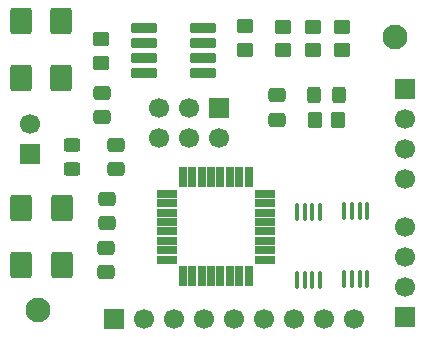
<source format=gbr>
%TF.GenerationSoftware,KiCad,Pcbnew,9.0.2*%
%TF.CreationDate,2025-07-25T22:05:18+05:30*%
%TF.ProjectId,mcu,6d63752e-6b69-4636-9164-5f7063625858,rev?*%
%TF.SameCoordinates,Original*%
%TF.FileFunction,Soldermask,Top*%
%TF.FilePolarity,Negative*%
%FSLAX46Y46*%
G04 Gerber Fmt 4.6, Leading zero omitted, Abs format (unit mm)*
G04 Created by KiCad (PCBNEW 9.0.2) date 2025-07-25 22:05:18*
%MOMM*%
%LPD*%
G01*
G04 APERTURE LIST*
G04 Aperture macros list*
%AMRoundRect*
0 Rectangle with rounded corners*
0 $1 Rounding radius*
0 $2 $3 $4 $5 $6 $7 $8 $9 X,Y pos of 4 corners*
0 Add a 4 corners polygon primitive as box body*
4,1,4,$2,$3,$4,$5,$6,$7,$8,$9,$2,$3,0*
0 Add four circle primitives for the rounded corners*
1,1,$1+$1,$2,$3*
1,1,$1+$1,$4,$5*
1,1,$1+$1,$6,$7*
1,1,$1+$1,$8,$9*
0 Add four rect primitives between the rounded corners*
20,1,$1+$1,$2,$3,$4,$5,0*
20,1,$1+$1,$4,$5,$6,$7,0*
20,1,$1+$1,$6,$7,$8,$9,0*
20,1,$1+$1,$8,$9,$2,$3,0*%
G04 Aperture macros list end*
%ADD10RoundRect,0.250000X0.450000X-0.350000X0.450000X0.350000X-0.450000X0.350000X-0.450000X-0.350000X0*%
%ADD11R,1.700000X1.700000*%
%ADD12C,1.700000*%
%ADD13RoundRect,0.250000X-0.475000X0.337500X-0.475000X-0.337500X0.475000X-0.337500X0.475000X0.337500X0*%
%ADD14RoundRect,0.250000X0.475000X-0.337500X0.475000X0.337500X-0.475000X0.337500X-0.475000X-0.337500X0*%
%ADD15RoundRect,0.250000X-0.450000X0.350000X-0.450000X-0.350000X0.450000X-0.350000X0.450000X0.350000X0*%
%ADD16C,2.100000*%
%ADD17RoundRect,0.250000X0.350000X0.450000X-0.350000X0.450000X-0.350000X-0.450000X0.350000X-0.450000X0*%
%ADD18RoundRect,0.250000X0.650000X-0.875000X0.650000X0.875000X-0.650000X0.875000X-0.650000X-0.875000X0*%
%ADD19RoundRect,0.250000X-0.450000X0.325000X-0.450000X-0.325000X0.450000X-0.325000X0.450000X0.325000X0*%
%ADD20RoundRect,0.099250X-0.987750X-0.297750X0.987750X-0.297750X0.987750X0.297750X-0.987750X0.297750X0*%
%ADD21RoundRect,0.094250X-0.742750X-0.282750X0.742750X-0.282750X0.742750X0.282750X-0.742750X0.282750X0*%
%ADD22RoundRect,0.094250X-0.282750X-0.742750X0.282750X-0.742750X0.282750X0.742750X-0.282750X0.742750X0*%
%ADD23RoundRect,0.100000X0.100000X-0.637500X0.100000X0.637500X-0.100000X0.637500X-0.100000X-0.637500X0*%
%ADD24RoundRect,0.250000X-0.325000X-0.450000X0.325000X-0.450000X0.325000X0.450000X-0.325000X0.450000X0*%
G04 APERTURE END LIST*
D10*
%TO.C,R5*%
X114340000Y-102440000D03*
X114340000Y-100440000D03*
%TD*%
D11*
%TO.C,J1*%
X103280000Y-125240000D03*
D12*
X105820000Y-125240000D03*
X108360000Y-125240000D03*
X110900000Y-125240000D03*
X113440000Y-125240000D03*
X115980000Y-125240000D03*
X118520000Y-125240000D03*
X121060000Y-125240000D03*
X123600000Y-125240000D03*
%TD*%
D10*
%TO.C,R7*%
X117620000Y-102490000D03*
X117620000Y-100490000D03*
%TD*%
D13*
%TO.C,C3*%
X103460000Y-110482500D03*
X103460000Y-112557500D03*
%TD*%
D10*
%TO.C,R3*%
X120170000Y-102490000D03*
X120170000Y-100490000D03*
%TD*%
D14*
%TO.C,C5*%
X102640000Y-121270000D03*
X102640000Y-119195000D03*
%TD*%
D15*
%TO.C,R4*%
X102210000Y-101530000D03*
X102210000Y-103530000D03*
%TD*%
D10*
%TO.C,R6*%
X122620000Y-102500000D03*
X122620000Y-100500000D03*
%TD*%
D16*
%TO.C,H2*%
X96830000Y-124470000D03*
%TD*%
D17*
%TO.C,R2*%
X122270000Y-108400000D03*
X120270000Y-108400000D03*
%TD*%
D18*
%TO.C,Y1*%
X98790000Y-104880000D03*
X98790000Y-100030000D03*
X95390000Y-100030000D03*
X95390000Y-104880000D03*
%TD*%
D19*
%TO.C,D2*%
X99690000Y-110535000D03*
X99690000Y-112585000D03*
%TD*%
D20*
%TO.C,U3*%
X105835000Y-100575000D03*
X105835000Y-101845000D03*
X105835000Y-103115000D03*
X105835000Y-104385000D03*
X110785000Y-104385000D03*
X110785000Y-103115000D03*
X110785000Y-101845000D03*
X110785000Y-100575000D03*
%TD*%
D11*
%TO.C,J4*%
X112200000Y-107340000D03*
D12*
X112200000Y-109880000D03*
X109660000Y-107340000D03*
X109660000Y-109880000D03*
X107120000Y-107340000D03*
X107120000Y-109880000D03*
%TD*%
D14*
%TO.C,C4*%
X102680000Y-117147500D03*
X102680000Y-115072500D03*
%TD*%
D13*
%TO.C,C1*%
X117120000Y-106292500D03*
X117120000Y-108367500D03*
%TD*%
D21*
%TO.C,U4*%
X107730000Y-114630000D03*
X107730000Y-115430000D03*
X107730000Y-116230000D03*
X107730000Y-117030000D03*
X107730000Y-117830000D03*
X107730000Y-118630000D03*
X107730000Y-119430000D03*
X107730000Y-120230000D03*
D22*
X109100000Y-121600000D03*
X109900000Y-121600000D03*
X110700000Y-121600000D03*
X111500000Y-121600000D03*
X112300000Y-121600000D03*
X113100000Y-121600000D03*
X113900000Y-121600000D03*
X114700000Y-121600000D03*
D21*
X116070000Y-120230000D03*
X116070000Y-119430000D03*
X116070000Y-118630000D03*
X116070000Y-117830000D03*
X116070000Y-117030000D03*
X116070000Y-116230000D03*
X116070000Y-115430000D03*
X116070000Y-114630000D03*
D22*
X114700000Y-113260000D03*
X113900000Y-113260000D03*
X113100000Y-113260000D03*
X112300000Y-113260000D03*
X111500000Y-113260000D03*
X110700000Y-113260000D03*
X109900000Y-113260000D03*
X109100000Y-113260000D03*
%TD*%
D11*
%TO.C,BT1*%
X96160000Y-111255000D03*
D12*
X96160000Y-108715000D03*
%TD*%
D11*
%TO.C,J2*%
X127940000Y-105810000D03*
D12*
X127940000Y-108350000D03*
X127940000Y-110890000D03*
X127940000Y-113430000D03*
%TD*%
D18*
%TO.C,Y2*%
X98840000Y-120695000D03*
X98840000Y-115845000D03*
X95440000Y-115845000D03*
X95440000Y-120695000D03*
%TD*%
D23*
%TO.C,U1*%
X118780000Y-121910000D03*
X119430000Y-121910000D03*
X120080000Y-121910000D03*
X120730000Y-121910000D03*
X120730000Y-116185000D03*
X120080000Y-116185000D03*
X119430000Y-116185000D03*
X118780000Y-116185000D03*
%TD*%
%TO.C,U2*%
X122790000Y-121860000D03*
X123440000Y-121860000D03*
X124090000Y-121860000D03*
X124740000Y-121860000D03*
X124740000Y-116135000D03*
X124090000Y-116135000D03*
X123440000Y-116135000D03*
X122790000Y-116135000D03*
%TD*%
D16*
%TO.C,H1*%
X127090000Y-101410000D03*
%TD*%
D24*
%TO.C,D1*%
X120247500Y-106260000D03*
X122297500Y-106260000D03*
%TD*%
D14*
%TO.C,C2*%
X102240000Y-108157500D03*
X102240000Y-106082500D03*
%TD*%
D11*
%TO.C,J3*%
X127910000Y-125110000D03*
D12*
X127910000Y-122570000D03*
X127910000Y-120030000D03*
X127910000Y-117490000D03*
%TD*%
M02*

</source>
